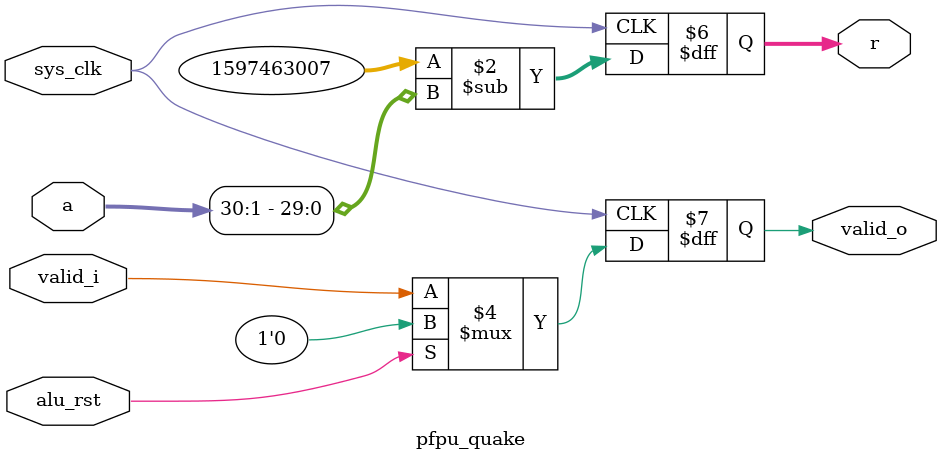
<source format=v>
/*
 * Milkymist VJ SoC
 * Copyright (C) 2007, 2008, 2009, 2010 Sebastien Bourdeauducq
 *
 * This program is free software: you can redistribute it and/or modify
 * it under the terms of the GNU General Public License as published by
 * the Free Software Foundation, version 3 of the License.
 *
 * This program is distributed in the hope that it will be useful,
 * but WITHOUT ANY WARRANTY; without even the implied warranty of
 * MERCHANTABILITY or FITNESS FOR A PARTICULAR PURPOSE.  See the
 * GNU General Public License for more details.
 *
 * You should have received a copy of the GNU General Public License
 * along with this program.  If not, see <http://www.gnu.org/licenses/>.
 */

module pfpu_quake(
	input sys_clk,
	input alu_rst,

	input [31:0] a,
	input valid_i,

	output reg [31:0] r,
	output reg valid_o
);

always @(posedge sys_clk) begin
	if(alu_rst)
		valid_o <= 1'b0;
	else
		valid_o <= valid_i;
	r <= 32'h5f3759df - a[30:1]; // ignore sign bit and shift
end

endmodule

</source>
